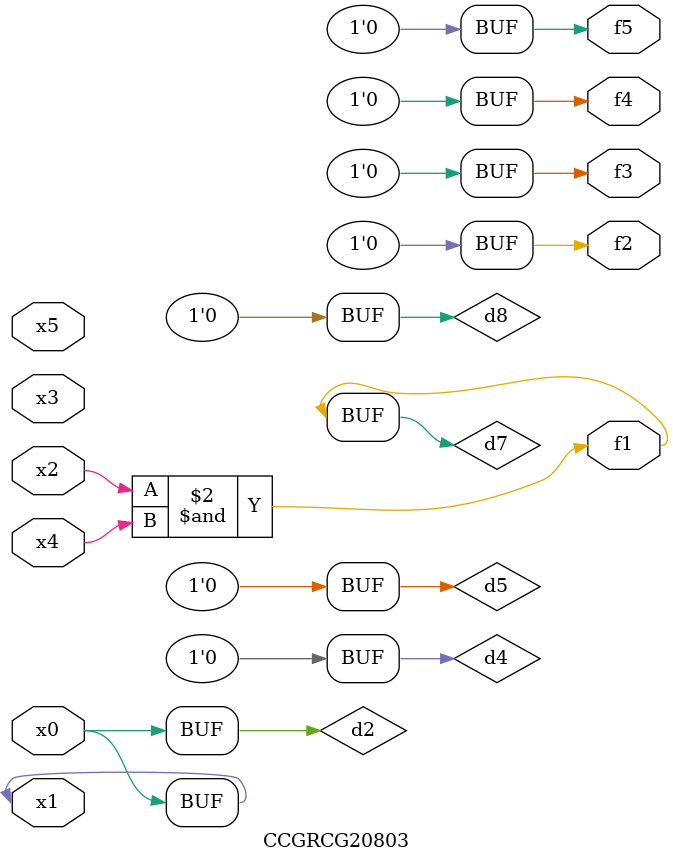
<source format=v>
module CCGRCG20803(
	input x0, x1, x2, x3, x4, x5,
	output f1, f2, f3, f4, f5
);

	wire d1, d2, d3, d4, d5, d6, d7, d8, d9;

	nand (d1, x1);
	buf (d2, x0, x1);
	nand (d3, x2, x4);
	and (d4, d1, d2);
	and (d5, d1, d2);
	nand (d6, d1, d3);
	not (d7, d3);
	xor (d8, d5);
	nor (d9, d5, d6);
	assign f1 = d7;
	assign f2 = d8;
	assign f3 = d8;
	assign f4 = d8;
	assign f5 = d8;
endmodule

</source>
